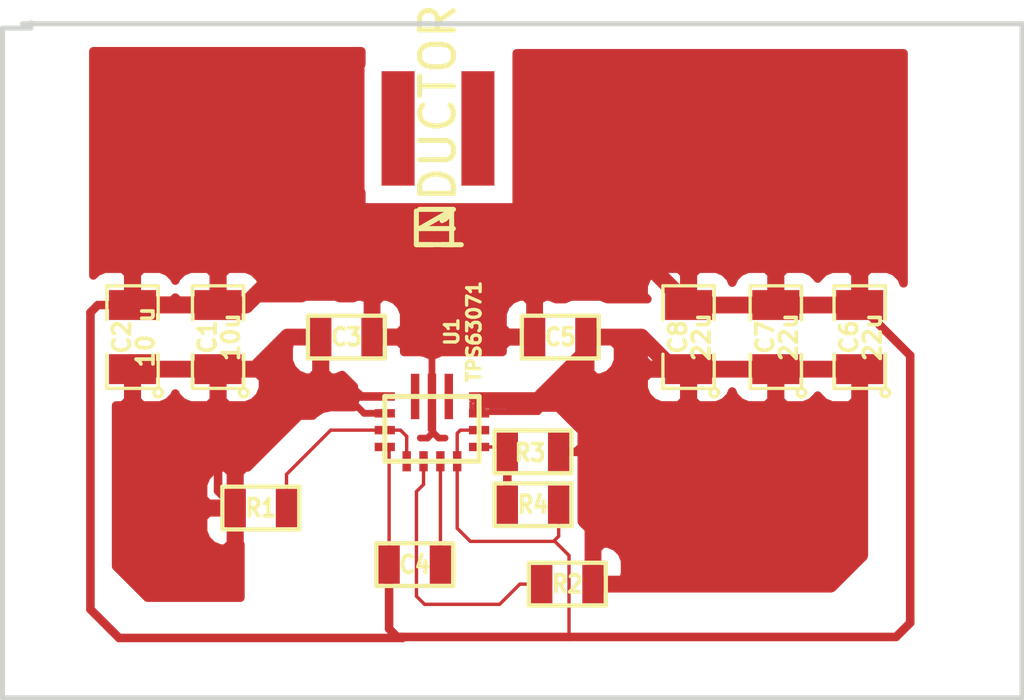
<source format=kicad_pcb>
(kicad_pcb (version 3) (host pcbnew "(2013-jul-07)-stable")

  (general
    (links 32)
    (no_connects 2)
    (area 177.904999 75.254999 208.325001 95.465001)
    (thickness 1.6)
    (drawings 6)
    (tracks 161)
    (zones 0)
    (modules 14)
    (nets 10)
  )

  (page A3)
  (layers
    (15 F.Cu signal)
    (0 B.Cu signal)
    (16 B.Adhes user)
    (17 F.Adhes user)
    (18 B.Paste user)
    (19 F.Paste user)
    (20 B.SilkS user)
    (21 F.SilkS user)
    (22 B.Mask user)
    (23 F.Mask user)
    (24 Dwgs.User user)
    (25 Cmts.User user)
    (26 Eco1.User user)
    (27 Eco2.User user)
    (28 Edge.Cuts user)
  )

  (setup
    (last_trace_width 0.1)
    (user_trace_width 0.1)
    (user_trace_width 0.2)
    (user_trace_width 0.5)
    (user_trace_width 1.05)
    (user_trace_width 2)
    (trace_clearance 0.254)
    (zone_clearance 0.508)
    (zone_45_only yes)
    (trace_min 0.1)
    (segment_width 0.2)
    (edge_width 0.15)
    (via_size 0.889)
    (via_drill 0.635)
    (via_min_size 0.1)
    (via_min_drill 0.508)
    (uvia_size 0.508)
    (uvia_drill 0.127)
    (uvias_allowed no)
    (uvia_min_size 0.1)
    (uvia_min_drill 0.127)
    (pcb_text_width 0.3)
    (pcb_text_size 1 1)
    (mod_edge_width 0.15)
    (mod_text_size 1 1)
    (mod_text_width 0.15)
    (pad_size 0.98 3.4)
    (pad_drill 0)
    (pad_to_mask_clearance 0)
    (aux_axis_origin 191.24 86.81)
    (visible_elements FFFFFFBF)
    (pcbplotparams
      (layerselection 3178497)
      (usegerberextensions true)
      (excludeedgelayer true)
      (linewidth 0.150000)
      (plotframeref false)
      (viasonmask false)
      (mode 1)
      (useauxorigin false)
      (hpglpennumber 1)
      (hpglpenspeed 20)
      (hpglpendiameter 15)
      (hpglpenoverlay 2)
      (psnegative false)
      (psa4output false)
      (plotreference true)
      (plotvalue true)
      (plotothertext true)
      (plotinvisibletext false)
      (padsonsilk false)
      (subtractmaskfromsilk false)
      (outputformat 1)
      (mirror false)
      (drillshape 1)
      (scaleselection 1)
      (outputdirectory ""))
  )

  (net 0 "")
  (net 1 +12V)
  (net 2 +5V)
  (net 3 GND)
  (net 4 N-000001)
  (net 5 N-000002)
  (net 6 N-000003)
  (net 7 N-000004)
  (net 8 N-000007)
  (net 9 N-000008)

  (net_class Default "This is the default net class."
    (clearance 0.254)
    (trace_width 0.254)
    (via_dia 0.889)
    (via_drill 0.635)
    (uvia_dia 0.508)
    (uvia_drill 0.127)
    (add_net "")
    (add_net +12V)
    (add_net +5V)
    (add_net GND)
    (add_net N-000001)
    (add_net N-000002)
    (add_net N-000003)
    (add_net N-000004)
    (add_net N-000007)
    (add_net N-000008)
  )

  (module SM0805 (layer F.Cu) (tedit 5091495C) (tstamp 589682A4)
    (at 184.38 84.67 90)
    (path /5894F41F)
    (attr smd)
    (fp_text reference C1 (at 0 -0.3175 90) (layer F.SilkS)
      (effects (font (size 0.50038 0.50038) (thickness 0.10922)))
    )
    (fp_text value 10u (at 0 0.381 90) (layer F.SilkS)
      (effects (font (size 0.50038 0.50038) (thickness 0.10922)))
    )
    (fp_circle (center -1.651 0.762) (end -1.651 0.635) (layer F.SilkS) (width 0.09906))
    (fp_line (start -0.508 0.762) (end -1.524 0.762) (layer F.SilkS) (width 0.09906))
    (fp_line (start -1.524 0.762) (end -1.524 -0.762) (layer F.SilkS) (width 0.09906))
    (fp_line (start -1.524 -0.762) (end -0.508 -0.762) (layer F.SilkS) (width 0.09906))
    (fp_line (start 0.508 -0.762) (end 1.524 -0.762) (layer F.SilkS) (width 0.09906))
    (fp_line (start 1.524 -0.762) (end 1.524 0.762) (layer F.SilkS) (width 0.09906))
    (fp_line (start 1.524 0.762) (end 0.508 0.762) (layer F.SilkS) (width 0.09906))
    (pad 1 smd rect (at -0.9525 0 90) (size 0.889 1.397)
      (layers F.Cu F.Paste F.Mask)
      (net 1 +12V)
    )
    (pad 2 smd rect (at 0.9525 0 90) (size 0.889 1.397)
      (layers F.Cu F.Paste F.Mask)
      (net 3 GND)
    )
    (model smd/chip_cms.wrl
      (at (xyz 0 0 0))
      (scale (xyz 0.1 0.1 0.1))
      (rotate (xyz 0 0 0))
    )
  )

  (module SM0805 (layer F.Cu) (tedit 5091495C) (tstamp 58987C09)
    (at 181.84 84.67 90)
    (path /5894F42E)
    (attr smd)
    (fp_text reference C2 (at 0 -0.3175 90) (layer F.SilkS)
      (effects (font (size 0.50038 0.50038) (thickness 0.10922)))
    )
    (fp_text value "10 u" (at 0 0.381 90) (layer F.SilkS)
      (effects (font (size 0.50038 0.50038) (thickness 0.10922)))
    )
    (fp_circle (center -1.651 0.762) (end -1.651 0.635) (layer F.SilkS) (width 0.09906))
    (fp_line (start -0.508 0.762) (end -1.524 0.762) (layer F.SilkS) (width 0.09906))
    (fp_line (start -1.524 0.762) (end -1.524 -0.762) (layer F.SilkS) (width 0.09906))
    (fp_line (start -1.524 -0.762) (end -0.508 -0.762) (layer F.SilkS) (width 0.09906))
    (fp_line (start 0.508 -0.762) (end 1.524 -0.762) (layer F.SilkS) (width 0.09906))
    (fp_line (start 1.524 -0.762) (end 1.524 0.762) (layer F.SilkS) (width 0.09906))
    (fp_line (start 1.524 0.762) (end 0.508 0.762) (layer F.SilkS) (width 0.09906))
    (pad 1 smd rect (at -0.9525 0 90) (size 0.889 1.397)
      (layers F.Cu F.Paste F.Mask)
      (net 1 +12V)
    )
    (pad 2 smd rect (at 0.9525 0 90) (size 0.889 1.397)
      (layers F.Cu F.Paste F.Mask)
      (net 3 GND)
    )
    (model smd/chip_cms.wrl
      (at (xyz 0 0 0))
      (scale (xyz 0.1 0.1 0.1))
      (rotate (xyz 0 0 0))
    )
  )

  (module SM0805 (layer F.Cu) (tedit 5091495C) (tstamp 589682BE)
    (at 203.43 84.67 90)
    (path /5894F45B)
    (attr smd)
    (fp_text reference C6 (at 0 -0.3175 90) (layer F.SilkS)
      (effects (font (size 0.50038 0.50038) (thickness 0.10922)))
    )
    (fp_text value 22u (at 0 0.381 90) (layer F.SilkS)
      (effects (font (size 0.50038 0.50038) (thickness 0.10922)))
    )
    (fp_circle (center -1.651 0.762) (end -1.651 0.635) (layer F.SilkS) (width 0.09906))
    (fp_line (start -0.508 0.762) (end -1.524 0.762) (layer F.SilkS) (width 0.09906))
    (fp_line (start -1.524 0.762) (end -1.524 -0.762) (layer F.SilkS) (width 0.09906))
    (fp_line (start -1.524 -0.762) (end -0.508 -0.762) (layer F.SilkS) (width 0.09906))
    (fp_line (start 0.508 -0.762) (end 1.524 -0.762) (layer F.SilkS) (width 0.09906))
    (fp_line (start 1.524 -0.762) (end 1.524 0.762) (layer F.SilkS) (width 0.09906))
    (fp_line (start 1.524 0.762) (end 0.508 0.762) (layer F.SilkS) (width 0.09906))
    (pad 1 smd rect (at -0.9525 0 90) (size 0.889 1.397)
      (layers F.Cu F.Paste F.Mask)
      (net 2 +5V)
    )
    (pad 2 smd rect (at 0.9525 0 90) (size 0.889 1.397)
      (layers F.Cu F.Paste F.Mask)
      (net 3 GND)
    )
    (model smd/chip_cms.wrl
      (at (xyz 0 0 0))
      (scale (xyz 0.1 0.1 0.1))
      (rotate (xyz 0 0 0))
    )
  )

  (module SM0805 (layer F.Cu) (tedit 5091495C) (tstamp 589682CB)
    (at 200.94 84.67 90)
    (path /5894F46A)
    (attr smd)
    (fp_text reference C7 (at 0 -0.3175 90) (layer F.SilkS)
      (effects (font (size 0.50038 0.50038) (thickness 0.10922)))
    )
    (fp_text value 22u (at 0 0.381 90) (layer F.SilkS)
      (effects (font (size 0.50038 0.50038) (thickness 0.10922)))
    )
    (fp_circle (center -1.651 0.762) (end -1.651 0.635) (layer F.SilkS) (width 0.09906))
    (fp_line (start -0.508 0.762) (end -1.524 0.762) (layer F.SilkS) (width 0.09906))
    (fp_line (start -1.524 0.762) (end -1.524 -0.762) (layer F.SilkS) (width 0.09906))
    (fp_line (start -1.524 -0.762) (end -0.508 -0.762) (layer F.SilkS) (width 0.09906))
    (fp_line (start 0.508 -0.762) (end 1.524 -0.762) (layer F.SilkS) (width 0.09906))
    (fp_line (start 1.524 -0.762) (end 1.524 0.762) (layer F.SilkS) (width 0.09906))
    (fp_line (start 1.524 0.762) (end 0.508 0.762) (layer F.SilkS) (width 0.09906))
    (pad 1 smd rect (at -0.9525 0 90) (size 0.889 1.397)
      (layers F.Cu F.Paste F.Mask)
      (net 2 +5V)
    )
    (pad 2 smd rect (at 0.9525 0 90) (size 0.889 1.397)
      (layers F.Cu F.Paste F.Mask)
      (net 3 GND)
    )
    (model smd/chip_cms.wrl
      (at (xyz 0 0 0))
      (scale (xyz 0.1 0.1 0.1))
      (rotate (xyz 0 0 0))
    )
  )

  (module SM0805 (layer F.Cu) (tedit 5091495C) (tstamp 589682D8)
    (at 198.35 84.67 90)
    (path /5894F479)
    (attr smd)
    (fp_text reference C8 (at 0 -0.3175 90) (layer F.SilkS)
      (effects (font (size 0.50038 0.50038) (thickness 0.10922)))
    )
    (fp_text value 22u (at 0 0.381 90) (layer F.SilkS)
      (effects (font (size 0.50038 0.50038) (thickness 0.10922)))
    )
    (fp_circle (center -1.651 0.762) (end -1.651 0.635) (layer F.SilkS) (width 0.09906))
    (fp_line (start -0.508 0.762) (end -1.524 0.762) (layer F.SilkS) (width 0.09906))
    (fp_line (start -1.524 0.762) (end -1.524 -0.762) (layer F.SilkS) (width 0.09906))
    (fp_line (start -1.524 -0.762) (end -0.508 -0.762) (layer F.SilkS) (width 0.09906))
    (fp_line (start 0.508 -0.762) (end 1.524 -0.762) (layer F.SilkS) (width 0.09906))
    (fp_line (start 1.524 -0.762) (end 1.524 0.762) (layer F.SilkS) (width 0.09906))
    (fp_line (start 1.524 0.762) (end 0.508 0.762) (layer F.SilkS) (width 0.09906))
    (pad 1 smd rect (at -0.9525 0 90) (size 0.889 1.397)
      (layers F.Cu F.Paste F.Mask)
      (net 2 +5V)
    )
    (pad 2 smd rect (at 0.9525 0 90) (size 0.889 1.397)
      (layers F.Cu F.Paste F.Mask)
      (net 3 GND)
    )
    (model smd/chip_cms.wrl
      (at (xyz 0 0 0))
      (scale (xyz 0.1 0.1 0.1))
      (rotate (xyz 0 0 0))
    )
  )

  (module SM0603 (layer F.Cu) (tedit 4E43A3D1) (tstamp 58968306)
    (at 185.65 89.75)
    (path /5894F488)
    (attr smd)
    (fp_text reference R1 (at 0 0) (layer F.SilkS)
      (effects (font (size 0.508 0.4572) (thickness 0.1143)))
    )
    (fp_text value 10k (at 0 0) (layer F.SilkS) hide
      (effects (font (size 0.508 0.4572) (thickness 0.1143)))
    )
    (fp_line (start -1.143 -0.635) (end 1.143 -0.635) (layer F.SilkS) (width 0.127))
    (fp_line (start 1.143 -0.635) (end 1.143 0.635) (layer F.SilkS) (width 0.127))
    (fp_line (start 1.143 0.635) (end -1.143 0.635) (layer F.SilkS) (width 0.127))
    (fp_line (start -1.143 0.635) (end -1.143 -0.635) (layer F.SilkS) (width 0.127))
    (pad 1 smd rect (at -0.762 0) (size 0.635 1.143)
      (layers F.Cu F.Paste F.Mask)
      (net 1 +12V)
    )
    (pad 2 smd rect (at 0.762 0) (size 0.635 1.143)
      (layers F.Cu F.Paste F.Mask)
      (net 5 N-000002)
    )
    (model smd\resistors\R0603.wrl
      (at (xyz 0 0 0.001))
      (scale (xyz 0.5 0.5 0.5))
      (rotate (xyz 0 0 0))
    )
  )

  (module SM0603 (layer F.Cu) (tedit 4E43A3D1) (tstamp 58968310)
    (at 194.75 92.01 180)
    (path /5894F497)
    (attr smd)
    (fp_text reference R2 (at 0 0 180) (layer F.SilkS)
      (effects (font (size 0.508 0.4572) (thickness 0.1143)))
    )
    (fp_text value 100k (at 0 0 180) (layer F.SilkS) hide
      (effects (font (size 0.508 0.4572) (thickness 0.1143)))
    )
    (fp_line (start -1.143 -0.635) (end 1.143 -0.635) (layer F.SilkS) (width 0.127))
    (fp_line (start 1.143 -0.635) (end 1.143 0.635) (layer F.SilkS) (width 0.127))
    (fp_line (start 1.143 0.635) (end -1.143 0.635) (layer F.SilkS) (width 0.127))
    (fp_line (start -1.143 0.635) (end -1.143 -0.635) (layer F.SilkS) (width 0.127))
    (pad 1 smd rect (at -0.762 0 180) (size 0.635 1.143)
      (layers F.Cu F.Paste F.Mask)
      (net 2 +5V)
    )
    (pad 2 smd rect (at 0.762 0 180) (size 0.635 1.143)
      (layers F.Cu F.Paste F.Mask)
      (net 7 N-000004)
    )
    (model smd\resistors\R0603.wrl
      (at (xyz 0 0 0.001))
      (scale (xyz 0.5 0.5 0.5))
      (rotate (xyz 0 0 0))
    )
  )

  (module TPS63071 (layer F.Cu) (tedit 589895DF) (tstamp 58987A18)
    (at 190.73 87.21 90)
    (path /58950835)
    (fp_text reference U1 (at 2.7 0.59 90) (layer F.SilkS)
      (effects (font (size 0.4 0.4) (thickness 0.1)))
    )
    (fp_text value TPS63071 (at 2.7 1.25 90) (layer F.SilkS)
      (effects (font (size 0.4 0.4) (thickness 0.1)))
    )
    (fp_line (start 0 -1.4) (end 0.775 -1.4) (layer F.SilkS) (width 0.15))
    (fp_line (start 0.775 -1.4) (end 0.775 1.4) (layer F.SilkS) (width 0.15))
    (fp_line (start 0.775 1.4) (end 0 1.4) (layer F.SilkS) (width 0.15))
    (fp_line (start 0 -1.4) (end -1.15 -1.4) (layer F.SilkS) (width 0.15))
    (fp_line (start -1.15 -1.4) (end -1.15 1.4) (layer F.SilkS) (width 0.15))
    (fp_line (start -1.15 1.4) (end 0 1.4) (layer F.SilkS) (width 0.15))
    (pad 1 smd rect (at -1.15 -0.75 90) (size 0.6 0.25)
      (layers F.Cu F.Paste F.Mask)
      (net 5 N-000002)
    )
    (pad 2 smd rect (at -1.15 -0.25 90) (size 0.6 0.25)
      (layers F.Cu F.Paste F.Mask)
      (net 7 N-000004)
    )
    (pad 3 smd rect (at -1.15 0.25 90) (size 0.6 0.25)
      (layers F.Cu F.Paste F.Mask)
      (net 6 N-000003)
    )
    (pad 4 smd rect (at -1.15 0.75 90) (size 0.6 0.25)
      (layers F.Cu F.Paste F.Mask)
      (net 3 GND)
    )
    (pad 15 smd rect (at -0.725 -1.4 90) (size 0.25 0.6)
      (layers F.Cu F.Paste F.Mask)
      (net 3 GND)
    )
    (pad 14 smd rect (at -0.225 -1.4 90) (size 0.25 0.6)
      (layers F.Cu F.Paste F.Mask)
      (net 5 N-000002)
    )
    (pad 13 smd rect (at 0.275 -1.4 90) (size 0.25 0.6)
      (layers F.Cu F.Paste F.Mask)
      (net 1 +12V)
    )
    (pad 7 smd rect (at 0.275 1.4 90) (size 0.25 0.6)
      (layers F.Cu F.Paste F.Mask)
      (net 2 +5V)
    )
    (pad 12 smd rect (at 0.775 -1.4 90) (size 0.25 0.6)
      (layers F.Cu F.Paste F.Mask)
      (net 1 +12V)
    )
    (pad 8 smd rect (at 0.775 1.4 90) (size 0.25 0.6)
      (layers F.Cu F.Paste F.Mask)
      (net 2 +5V)
    )
    (pad 6 smd rect (at -0.225 1.4 90) (size 0.25 0.6)
      (layers F.Cu F.Paste F.Mask)
      (net 3 GND)
    )
    (pad 5 smd rect (at -0.725 1.4 90) (size 0.25 0.6)
      (layers F.Cu F.Paste F.Mask)
      (net 8 N-000007)
    )
    (pad 10 smd rect (at 0.6 0 90) (size 1.7 0.25)
      (layers F.Cu F.Paste F.Mask)
      (net 3 GND)
    )
    (pad 11 smd rect (at 0.775 -0.5 90) (size 1.35 0.25)
      (layers F.Cu F.Paste F.Mask)
      (net 9 N-000008)
    )
    (pad 9 smd rect (at 0.775 0.5 90) (size 1.35 0.25)
      (layers F.Cu F.Paste F.Mask)
      (net 4 N-000001)
    )
  )

  (module XFL4020 (layer F.Cu) (tedit 589893E1) (tstamp 58987A23)
    (at 190.91 78.47)
    (path /5894F1C4)
    (fp_text reference L1 (at 0 3) (layer F.SilkS)
      (effects (font (size 1 1) (thickness 0.15)))
    )
    (fp_text value INDUCTOR (at 0 0 90) (layer F.SilkS)
      (effects (font (size 1 1) (thickness 0.15)))
    )
    (pad 1 smd rect (at -1.185 0) (size 0.98 3.4)
      (layers F.Cu F.Paste F.Mask)
      (net 9 N-000008)
    )
    (pad 2 smd rect (at 1.185 0) (size 0.98 3.4)
      (layers F.Cu F.Paste F.Mask)
      (net 4 N-000001)
    )
  )

  (module SM0603 (layer F.Cu) (tedit 4E43A3D1) (tstamp 589682E4)
    (at 188.19 84.67)
    (path /5894F43D)
    (attr smd)
    (fp_text reference C3 (at 0 0) (layer F.SilkS)
      (effects (font (size 0.508 0.4572) (thickness 0.1143)))
    )
    (fp_text value 10u (at 0 0) (layer F.SilkS) hide
      (effects (font (size 0.508 0.4572) (thickness 0.1143)))
    )
    (fp_line (start -1.143 -0.635) (end 1.143 -0.635) (layer F.SilkS) (width 0.127))
    (fp_line (start 1.143 -0.635) (end 1.143 0.635) (layer F.SilkS) (width 0.127))
    (fp_line (start 1.143 0.635) (end -1.143 0.635) (layer F.SilkS) (width 0.127))
    (fp_line (start -1.143 0.635) (end -1.143 -0.635) (layer F.SilkS) (width 0.127))
    (pad 1 smd rect (at -0.762 0) (size 0.635 1.143)
      (layers F.Cu F.Paste F.Mask)
      (net 1 +12V)
    )
    (pad 2 smd rect (at 0.762 0) (size 0.635 1.143)
      (layers F.Cu F.Paste F.Mask)
      (net 3 GND)
    )
    (model smd\resistors\R0603.wrl
      (at (xyz 0 0 0.001))
      (scale (xyz 0.5 0.5 0.5))
      (rotate (xyz 0 0 0))
    )
  )

  (module SM0603 (layer F.Cu) (tedit 4E43A3D1) (tstamp 589682F0)
    (at 194.54 84.67 180)
    (path /5894F44C)
    (attr smd)
    (fp_text reference C5 (at 0 0 180) (layer F.SilkS)
      (effects (font (size 0.508 0.4572) (thickness 0.1143)))
    )
    (fp_text value 10u (at 0 0 180) (layer F.SilkS) hide
      (effects (font (size 0.508 0.4572) (thickness 0.1143)))
    )
    (fp_line (start -1.143 -0.635) (end 1.143 -0.635) (layer F.SilkS) (width 0.127))
    (fp_line (start 1.143 -0.635) (end 1.143 0.635) (layer F.SilkS) (width 0.127))
    (fp_line (start 1.143 0.635) (end -1.143 0.635) (layer F.SilkS) (width 0.127))
    (fp_line (start -1.143 0.635) (end -1.143 -0.635) (layer F.SilkS) (width 0.127))
    (pad 1 smd rect (at -0.762 0 180) (size 0.635 1.143)
      (layers F.Cu F.Paste F.Mask)
      (net 2 +5V)
    )
    (pad 2 smd rect (at 0.762 0 180) (size 0.635 1.143)
      (layers F.Cu F.Paste F.Mask)
      (net 3 GND)
    )
    (model smd\resistors\R0603.wrl
      (at (xyz 0 0 0.001))
      (scale (xyz 0.5 0.5 0.5))
      (rotate (xyz 0 0 0))
    )
  )

  (module SM0603 (layer F.Cu) (tedit 4E43A3D1) (tstamp 589682FC)
    (at 190.22 91.43 180)
    (path /5894F4A6)
    (attr smd)
    (fp_text reference C4 (at 0 0 180) (layer F.SilkS)
      (effects (font (size 0.508 0.4572) (thickness 0.1143)))
    )
    (fp_text value 100n (at 0 0 180) (layer F.SilkS) hide
      (effects (font (size 0.508 0.4572) (thickness 0.1143)))
    )
    (fp_line (start -1.143 -0.635) (end 1.143 -0.635) (layer F.SilkS) (width 0.127))
    (fp_line (start 1.143 -0.635) (end 1.143 0.635) (layer F.SilkS) (width 0.127))
    (fp_line (start 1.143 0.635) (end -1.143 0.635) (layer F.SilkS) (width 0.127))
    (fp_line (start -1.143 0.635) (end -1.143 -0.635) (layer F.SilkS) (width 0.127))
    (pad 1 smd rect (at -0.762 0 180) (size 0.635 1.143)
      (layers F.Cu F.Paste F.Mask)
      (net 6 N-000003)
    )
    (pad 2 smd rect (at 0.762 0 180) (size 0.635 1.143)
      (layers F.Cu F.Paste F.Mask)
      (net 3 GND)
    )
    (model smd\resistors\R0603.wrl
      (at (xyz 0 0 0.001))
      (scale (xyz 0.5 0.5 0.5))
      (rotate (xyz 0 0 0))
    )
  )

  (module SM0603 (layer F.Cu) (tedit 5898E750) (tstamp 5898E65B)
    (at 193.73 88.08 180)
    (path /5898E69D)
    (attr smd)
    (fp_text reference R3 (at 0.084999 -0.030001 180) (layer F.SilkS)
      (effects (font (size 0.508 0.4572) (thickness 0.1143)))
    )
    (fp_text value 680k (at 0 0 180) (layer F.SilkS) hide
      (effects (font (size 0.508 0.4572) (thickness 0.1143)))
    )
    (fp_line (start -1.143 -0.635) (end 1.143 -0.635) (layer F.SilkS) (width 0.127))
    (fp_line (start 1.143 -0.635) (end 1.143 0.635) (layer F.SilkS) (width 0.127))
    (fp_line (start 1.143 0.635) (end -1.143 0.635) (layer F.SilkS) (width 0.127))
    (fp_line (start -1.143 0.635) (end -1.143 -0.635) (layer F.SilkS) (width 0.127))
    (pad 1 smd rect (at -0.762 0 180) (size 0.635 1.143)
      (layers F.Cu F.Paste F.Mask)
      (net 2 +5V)
    )
    (pad 2 smd rect (at 0.762 0 180) (size 0.635 1.143)
      (layers F.Cu F.Paste F.Mask)
      (net 8 N-000007)
    )
    (model smd\resistors\R0603.wrl
      (at (xyz 0 0 0.001))
      (scale (xyz 0.5 0.5 0.5))
      (rotate (xyz 0 0 0))
    )
  )

  (module SM0603 (layer F.Cu) (tedit 4E43A3D1) (tstamp 5898E665)
    (at 193.73 89.65)
    (path /5898E6AC)
    (attr smd)
    (fp_text reference R4 (at 0 0) (layer F.SilkS)
      (effects (font (size 0.508 0.4572) (thickness 0.1143)))
    )
    (fp_text value 130k (at 0 0) (layer F.SilkS) hide
      (effects (font (size 0.508 0.4572) (thickness 0.1143)))
    )
    (fp_line (start -1.143 -0.635) (end 1.143 -0.635) (layer F.SilkS) (width 0.127))
    (fp_line (start 1.143 -0.635) (end 1.143 0.635) (layer F.SilkS) (width 0.127))
    (fp_line (start 1.143 0.635) (end -1.143 0.635) (layer F.SilkS) (width 0.127))
    (fp_line (start -1.143 0.635) (end -1.143 -0.635) (layer F.SilkS) (width 0.127))
    (pad 1 smd rect (at -0.762 0) (size 0.635 1.143)
      (layers F.Cu F.Paste F.Mask)
      (net 8 N-000007)
    )
    (pad 2 smd rect (at 0.762 0) (size 0.635 1.143)
      (layers F.Cu F.Paste F.Mask)
      (net 3 GND)
    )
    (model smd\resistors\R0603.wrl
      (at (xyz 0 0 0.001))
      (scale (xyz 0.5 0.5 0.5))
      (rotate (xyz 0 0 0))
    )
  )

  (gr_line (start 178.82 75.49) (end 178.82 75.33) (angle 90) (layer Edge.Cuts) (width 0.15))
  (gr_line (start 177.98 75.49) (end 178.82 75.49) (angle 90) (layer Edge.Cuts) (width 0.15))
  (gr_line (start 177.98 95.39) (end 177.98 75.49) (angle 90) (layer Edge.Cuts) (width 0.15))
  (gr_line (start 208.25 95.39) (end 177.98 95.39) (angle 90) (layer Edge.Cuts) (width 0.15))
  (gr_line (start 208.25 75.36) (end 208.25 95.39) (angle 90) (layer Edge.Cuts) (width 0.15))
  (gr_line (start 178.57 75.36) (end 208.25 75.36) (angle 90) (layer Edge.Cuts) (width 0.15))

  (segment (start 184.38 85.6225) (end 185.4975 85.6225) (width 0.5) (layer F.Cu) (net 1))
  (segment (start 185.4975 85.6225) (end 186.45 84.67) (width 0.5) (layer F.Cu) (net 1) (tstamp 58989C7A))
  (segment (start 186.45 84.67) (end 187.428 84.67) (width 0.5) (layer F.Cu) (net 1) (tstamp 58989C7C))
  (segment (start 181.84 85.6225) (end 184.38 85.6225) (width 0.5) (layer F.Cu) (net 1))
  (segment (start 189.33 86.935) (end 188.715 86.935) (width 0.2) (layer F.Cu) (net 1))
  (segment (start 188.715 86.935) (end 188.215 86.435) (width 0.2) (layer F.Cu) (net 1) (tstamp 589890B2))
  (segment (start 185.4975 85.6225) (end 186.45 84.67) (width 0.254) (layer F.Cu) (net 1) (tstamp 58988DB9))
  (segment (start 186.45 84.67) (end 187.428 84.67) (width 0.254) (layer F.Cu) (net 1) (tstamp 58988DBC))
  (segment (start 187.428 84.67) (end 187.428 85.648) (width 0.254) (layer F.Cu) (net 1))
  (segment (start 188.215 86.435) (end 189.33 86.435) (width 0.254) (layer F.Cu) (net 1) (tstamp 58988A9C))
  (segment (start 187.428 85.648) (end 188.215 86.435) (width 0.254) (layer F.Cu) (net 1) (tstamp 58988A9A))
  (segment (start 184.38 85.6225) (end 184.38 89.242) (width 0.254) (layer F.Cu) (net 1))
  (segment (start 184.38 89.242) (end 184.888 89.75) (width 0.254) (layer F.Cu) (net 1) (tstamp 58988A90))
  (segment (start 194.492 88.08) (end 195.02 88.08) (width 0.254) (layer F.Cu) (net 2))
  (segment (start 195.02 88.08) (end 195.302 87.798) (width 0.254) (layer F.Cu) (net 2) (tstamp 5898E76B))
  (segment (start 192 86.68) (end 192.13 86.68) (width 0.1) (layer F.Cu) (net 2))
  (segment (start 192.13 86.68) (end 192.13 86.52) (width 0.1) (layer F.Cu) (net 2) (tstamp 5898C2BC))
  (segment (start 192.13 86.52) (end 192.06 86.59) (width 0.1) (layer F.Cu) (net 2) (tstamp 5898C2BD))
  (segment (start 192.02 86.59) (end 192.02 86.66) (width 0.1) (layer F.Cu) (net 2) (tstamp 5898C2BF))
  (segment (start 192.06 86.59) (end 192.02 86.59) (width 0.1) (layer F.Cu) (net 2) (tstamp 5898C2BE))
  (segment (start 192.02 86.66) (end 192.08 86.66) (width 0.1) (layer F.Cu) (net 2) (tstamp 5898C2C0))
  (segment (start 192.08 86.66) (end 192.09 86.65) (width 0.1) (layer F.Cu) (net 2) (tstamp 5898C2C1))
  (segment (start 192.13 86.935) (end 192.13 86.89) (width 0.1) (layer F.Cu) (net 2))
  (segment (start 192.02 86.66) (end 192 86.68) (width 0.1) (layer F.Cu) (net 2) (tstamp 5898C2B8))
  (segment (start 192 86.68) (end 191.99 86.69) (width 0.1) (layer F.Cu) (net 2) (tstamp 5898C2BA))
  (segment (start 192.08 86.66) (end 192.02 86.66) (width 0.1) (layer F.Cu) (net 2) (tstamp 5898C2B7))
  (segment (start 192.09 86.65) (end 192.08 86.66) (width 0.1) (layer F.Cu) (net 2) (tstamp 5898C2B6))
  (segment (start 192.09 86.68) (end 192.09 86.65) (width 0.1) (layer F.Cu) (net 2) (tstamp 5898C2B5))
  (segment (start 192.11 86.7) (end 192.09 86.68) (width 0.1) (layer F.Cu) (net 2) (tstamp 5898C2B4))
  (segment (start 192.1 86.7) (end 192.11 86.7) (width 0.1) (layer F.Cu) (net 2) (tstamp 5898C2B3))
  (segment (start 192.05 86.65) (end 192.1 86.7) (width 0.1) (layer F.Cu) (net 2) (tstamp 5898C2B2))
  (segment (start 191.99 86.71) (end 192.05 86.65) (width 0.1) (layer F.Cu) (net 2) (tstamp 5898C2B1))
  (segment (start 191.99 86.75) (end 191.99 86.71) (width 0.1) (layer F.Cu) (net 2) (tstamp 5898C2AF))
  (segment (start 192.13 86.89) (end 191.99 86.75) (width 0.1) (layer F.Cu) (net 2) (tstamp 5898C2AD))
  (segment (start 192.13 86.435) (end 192.075 86.435) (width 0.1) (layer F.Cu) (net 2))
  (segment (start 191.89 86.81) (end 192.13 86.935) (width 0.1) (layer F.Cu) (net 2) (tstamp 5898C2AC))
  (segment (start 191.89 86.62) (end 191.89 86.81) (width 0.1) (layer F.Cu) (net 2) (tstamp 5898C2A8))
  (segment (start 192.075 86.435) (end 191.89 86.62) (width 0.1) (layer F.Cu) (net 2) (tstamp 5898C2A5))
  (segment (start 192.13 86.935) (end 192.375 86.935) (width 0.1) (layer F.Cu) (net 2))
  (segment (start 192.375 86.935) (end 192.46 86.85) (width 0.1) (layer F.Cu) (net 2) (tstamp 5898C29A))
  (segment (start 192.46 86.85) (end 192.98 86.85) (width 0.1) (layer F.Cu) (net 2) (tstamp 5898C2A0))
  (segment (start 192.13 86.935) (end 192.13 86.92) (width 0.1) (layer F.Cu) (net 2))
  (segment (start 192.13 86.92) (end 192.3 86.75) (width 0.1) (layer F.Cu) (net 2) (tstamp 5898C296))
  (segment (start 192.3 86.75) (end 192.89 86.75) (width 0.1) (layer F.Cu) (net 2) (tstamp 5898C297))
  (segment (start 192.13 86.935) (end 192.13 86.78) (width 0.1) (layer F.Cu) (net 2))
  (segment (start 192.13 86.78) (end 192.22 86.69) (width 0.1) (layer F.Cu) (net 2) (tstamp 5898C290))
  (segment (start 192.22 86.69) (end 192.94 86.69) (width 0.1) (layer F.Cu) (net 2) (tstamp 5898C292))
  (segment (start 192.97 86.6) (end 192.21 86.6) (width 0.1) (layer F.Cu) (net 2))
  (segment (start 192.21 86.6) (end 192.13 86.52) (width 0.1) (layer F.Cu) (net 2) (tstamp 5898C27F))
  (segment (start 193.08 86.6) (end 192.97 86.6) (width 0.1) (layer F.Cu) (net 2))
  (segment (start 192.13 86.52) (end 192.13 86.435) (width 0.1) (layer F.Cu) (net 2) (tstamp 5898C281))
  (segment (start 194.27 86.56) (end 195.302 87.592) (width 0.254) (layer F.Cu) (net 2) (tstamp 58988FFD))
  (segment (start 195.302 84.67) (end 196.94 84.67) (width 0.5) (layer F.Cu) (net 2))
  (segment (start 197.8925 85.6225) (end 198.35 85.6225) (width 0.5) (layer F.Cu) (net 2) (tstamp 58989CE0))
  (segment (start 196.94 84.67) (end 197.8925 85.6225) (width 0.5) (layer F.Cu) (net 2) (tstamp 58989CDD))
  (segment (start 195.512 92.01) (end 202.55 92.01) (width 0.5) (layer F.Cu) (net 2))
  (segment (start 203.43 91.13) (end 203.43 85.6225) (width 0.5) (layer F.Cu) (net 2) (tstamp 58989CD2))
  (segment (start 202.55 92.01) (end 203.43 91.13) (width 0.5) (layer F.Cu) (net 2) (tstamp 58989CCE))
  (segment (start 194.045 86.395) (end 194.105 86.395) (width 0.5) (layer F.Cu) (net 2))
  (segment (start 195.302 87.592) (end 195.302 87.798) (width 0.5) (layer F.Cu) (net 2) (tstamp 58989CBA))
  (segment (start 195.302 87.798) (end 195.302 90.112) (width 0.5) (layer F.Cu) (net 2) (tstamp 5898E76E))
  (segment (start 195.302 90.112) (end 195.512 90.322) (width 0.5) (layer F.Cu) (net 2) (tstamp 58989CBB))
  (segment (start 195.512 90.322) (end 195.512 92.01) (width 0.5) (layer F.Cu) (net 2) (tstamp 58989CBC))
  (segment (start 195.302 84.67) (end 195.302 85.138) (width 0.5) (layer F.Cu) (net 2))
  (segment (start 195.302 85.138) (end 194.045 86.395) (width 0.5) (layer F.Cu) (net 2) (tstamp 58989CA7))
  (segment (start 194.045 86.395) (end 194.005 86.435) (width 0.5) (layer F.Cu) (net 2) (tstamp 58989CB7))
  (segment (start 200.94 85.6225) (end 198.35 85.6225) (width 0.5) (layer F.Cu) (net 2))
  (segment (start 203.43 85.6225) (end 200.94 85.6225) (width 0.5) (layer F.Cu) (net 2))
  (segment (start 192.13 86.935) (end 193.895 86.935) (width 0.1) (layer F.Cu) (net 2))
  (segment (start 193.895 86.935) (end 194.27 86.56) (width 0.1) (layer F.Cu) (net 2) (tstamp 58988FF9))
  (segment (start 192.13 86.435) (end 194.005 86.435) (width 0.254) (layer F.Cu) (net 2))
  (segment (start 194.005 86.435) (end 194.145 86.435) (width 0.254) (layer F.Cu) (net 2) (tstamp 58989CAC))
  (segment (start 194.145 86.435) (end 194.27 86.56) (width 0.254) (layer F.Cu) (net 2) (tstamp 58988AEA))
  (segment (start 195.302 87.592) (end 195.302 87.592) (width 0.254) (layer F.Cu) (net 2) (tstamp 58989005))
  (segment (start 195.302 87.592) (end 195.302 87.61) (width 0.254) (layer F.Cu) (net 2) (tstamp 58988AF0))
  (segment (start 195.302 87.61) (end 195.38 87.61) (width 0.254) (layer F.Cu) (net 2) (tstamp 58988ACE))
  (segment (start 195.38 87.61) (end 195.302 87.61) (width 0.254) (layer F.Cu) (net 2) (tstamp 58988AD0))
  (segment (start 195.512 92.01) (end 195.512 90.322) (width 0.254) (layer F.Cu) (net 2))
  (segment (start 195.512 90.322) (end 195.302 90.112) (width 0.254) (layer F.Cu) (net 2) (tstamp 58988AC0))
  (segment (start 195.302 90.112) (end 195.302 87.61) (width 0.254) (layer F.Cu) (net 2) (tstamp 58988AC3))
  (segment (start 194.492 89.65) (end 194.492 90.588) (width 0.1) (layer F.Cu) (net 3) (status 400000))
  (segment (start 194.492 90.588) (end 194.34 90.74) (width 0.1) (layer F.Cu) (net 3) (tstamp 5898E80D))
  (segment (start 191.48 88.36) (end 191.48 90.35) (width 0.1) (layer F.Cu) (net 3) (status 400000))
  (segment (start 191.87 90.74) (end 194.34 90.74) (width 0.1) (layer F.Cu) (net 3) (tstamp 5898E801))
  (segment (start 194.34 90.74) (end 194.38 90.74) (width 0.1) (layer F.Cu) (net 3) (tstamp 5898E810))
  (segment (start 191.48 90.35) (end 191.87 90.74) (width 0.1) (layer F.Cu) (net 3) (tstamp 5898E7FC))
  (segment (start 191.48 88.36) (end 191.48 87.53) (width 0.1) (layer F.Cu) (net 3))
  (segment (start 191.48 87.53) (end 191.51 87.5) (width 0.1) (layer F.Cu) (net 3) (tstamp 58988FD2))
  (segment (start 191.575 87.435) (end 192.13 87.435) (width 0.1) (layer F.Cu) (net 3))
  (segment (start 191.575 87.435) (end 191.51 87.5) (width 0.1) (layer F.Cu) (net 3) (tstamp 58988FCC))
  (segment (start 193.778 84.67) (end 193.778 82.748) (width 0.5) (layer F.Cu) (net 3))
  (segment (start 193.778 82.748) (end 193.41 82.38) (width 0.5) (layer F.Cu) (net 3) (tstamp 58989C95))
  (segment (start 198.35 83.7175) (end 200.94 83.7175) (width 0.5) (layer F.Cu) (net 3))
  (segment (start 200.94 83.7175) (end 203.43 83.7175) (width 0.5) (layer F.Cu) (net 3) (tstamp 58989C91))
  (segment (start 189.23 82.38) (end 193.41 82.38) (width 0.5) (layer F.Cu) (net 3))
  (segment (start 193.41 82.38) (end 197.0125 82.38) (width 0.5) (layer F.Cu) (net 3) (tstamp 58989C9A))
  (segment (start 197.0125 82.38) (end 198.35 83.7175) (width 0.5) (layer F.Cu) (net 3) (tstamp 58989C8E))
  (segment (start 184.38 83.7175) (end 185.2025 83.7175) (width 0.5) (layer F.Cu) (net 3))
  (segment (start 185.2025 83.7175) (end 186.54 82.38) (width 0.5) (layer F.Cu) (net 3) (tstamp 58989C83))
  (segment (start 186.54 82.38) (end 189.23 82.38) (width 0.5) (layer F.Cu) (net 3) (tstamp 58989C84))
  (segment (start 189.23 82.38) (end 189.36 82.38) (width 0.5) (layer F.Cu) (net 3) (tstamp 58989C8C))
  (segment (start 189.36 82.38) (end 188.952 82.788) (width 0.5) (layer F.Cu) (net 3) (tstamp 58989C86))
  (segment (start 188.952 82.788) (end 188.952 84.67) (width 0.5) (layer F.Cu) (net 3) (tstamp 58989C87))
  (segment (start 181.84 83.7175) (end 184.38 83.7175) (width 0.5) (layer F.Cu) (net 3))
  (segment (start 181.84 83.7175) (end 180.8125 83.7175) (width 0.254) (layer F.Cu) (net 3))
  (segment (start 189.85 93.61) (end 189.85 93.58) (width 0.254) (layer F.Cu) (net 3) (tstamp 58989C17))
  (segment (start 181.44 93.61) (end 189.85 93.61) (width 0.254) (layer F.Cu) (net 3) (tstamp 58989C14))
  (segment (start 180.59 92.76) (end 181.44 93.61) (width 0.254) (layer F.Cu) (net 3) (tstamp 58989C10))
  (segment (start 180.59 83.94) (end 180.59 92.76) (width 0.254) (layer F.Cu) (net 3) (tstamp 58989C0D))
  (segment (start 180.8125 83.7175) (end 180.59 83.94) (width 0.254) (layer F.Cu) (net 3) (tstamp 58989C0C))
  (segment (start 190.73 86.61) (end 190.73 87.47) (width 0.2) (layer F.Cu) (net 3))
  (segment (start 190.93 87.67) (end 191.12 87.67) (width 0.2) (layer F.Cu) (net 3) (tstamp 589896C9))
  (segment (start 190.73 87.47) (end 190.93 87.67) (width 0.2) (layer F.Cu) (net 3) (tstamp 589896C8))
  (segment (start 190.73 86.61) (end 190.73 87.54) (width 0.2) (layer F.Cu) (net 3))
  (segment (start 190.6 87.67) (end 190.384002 87.67) (width 0.2) (layer F.Cu) (net 3) (tstamp 589896C5))
  (segment (start 190.73 87.54) (end 190.6 87.67) (width 0.2) (layer F.Cu) (net 3) (tstamp 589896C4))
  (segment (start 194.8 91.16) (end 194.8 93.58) (width 0.1) (layer F.Cu) (net 3) (tstamp 58989013))
  (segment (start 194.38 90.74) (end 194.8 91.16) (width 0.1) (layer F.Cu) (net 3) (tstamp 5898E808))
  (segment (start 194.36 90.72) (end 194.38 90.74) (width 0.1) (layer F.Cu) (net 3) (tstamp 58989011))
  (segment (start 189.458 91.43) (end 189.458 88.063) (width 0.1) (layer F.Cu) (net 3))
  (segment (start 189.458 88.063) (end 189.33 87.935) (width 0.1) (layer F.Cu) (net 3) (tstamp 58988FBC))
  (segment (start 193.778 84.67) (end 193.778 82.958) (width 0.254) (layer F.Cu) (net 3))
  (segment (start 188.952 84.67) (end 188.952 82.788) (width 0.254) (layer F.Cu) (net 3))
  (segment (start 189.458 91.43) (end 189.458 93.338) (width 0.254) (layer F.Cu) (net 3))
  (segment (start 189.7 93.58) (end 189.85 93.58) (width 0.254) (layer F.Cu) (net 3) (tstamp 58988BD9))
  (segment (start 189.458 93.338) (end 189.7 93.58) (width 0.254) (layer F.Cu) (net 3) (tstamp 58988BD7))
  (segment (start 189.85 93.58) (end 194.8 93.58) (width 0.254) (layer F.Cu) (net 3) (tstamp 58989C18))
  (segment (start 204.93 85.2175) (end 203.43 83.7175) (width 0.254) (layer F.Cu) (net 3) (tstamp 58988BE3))
  (segment (start 194.8 93.58) (end 204.51 93.58) (width 0.254) (layer F.Cu) (net 3) (tstamp 58989018))
  (segment (start 204.51 93.58) (end 204.93 93.16) (width 0.254) (layer F.Cu) (net 3) (tstamp 58988BDD))
  (segment (start 204.93 93.16) (end 204.93 85.2175) (width 0.254) (layer F.Cu) (net 3) (tstamp 58988BE0))
  (segment (start 186.54 82.38) (end 189.36 82.38) (width 0.254) (layer F.Cu) (net 3) (tstamp 58988BCB))
  (segment (start 185.2025 83.7175) (end 186.54 82.38) (width 0.254) (layer F.Cu) (net 3) (tstamp 58988BCA))
  (segment (start 197.0125 82.38) (end 198.35 83.7175) (width 0.254) (layer F.Cu) (net 3) (tstamp 58988BCF))
  (segment (start 203.43 83.7175) (end 200.94 83.7175) (width 0.254) (layer F.Cu) (net 3))
  (segment (start 190.73 86.61) (end 190.73 82.53) (width 0.2) (layer F.Cu) (net 3))
  (segment (start 190.73 82.53) (end 190.58 82.38) (width 0.2) (layer F.Cu) (net 3) (tstamp 58989033))
  (segment (start 193.778 82.958) (end 193.2 82.38) (width 0.254) (layer F.Cu) (net 3) (tstamp 58988C05))
  (segment (start 188.952 82.788) (end 189.36 82.38) (width 0.254) (layer F.Cu) (net 3) (tstamp 58988BFE))
  (segment (start 189.36 82.38) (end 190.58 82.38) (width 0.254) (layer F.Cu) (net 3) (tstamp 58988C03))
  (segment (start 190.58 82.38) (end 193.2 82.38) (width 0.254) (layer F.Cu) (net 3) (tstamp 58989037))
  (segment (start 193.2 82.38) (end 197.0125 82.38) (width 0.254) (layer F.Cu) (net 3) (tstamp 58988C08))
  (segment (start 186.412 89.75) (end 186.412 88.748) (width 0.1) (layer F.Cu) (net 5))
  (segment (start 187.725 87.435) (end 189.33 87.435) (width 0.1) (layer F.Cu) (net 5) (tstamp 58988FB6))
  (segment (start 186.412 88.748) (end 187.725 87.435) (width 0.1) (layer F.Cu) (net 5) (tstamp 58988FB3))
  (segment (start 189.33 87.435) (end 189.795 87.435) (width 0.1) (layer F.Cu) (net 5))
  (segment (start 189.795 87.435) (end 189.98 87.62) (width 0.1) (layer F.Cu) (net 5) (tstamp 58988FA7))
  (segment (start 189.98 88.36) (end 189.98 87.62) (width 0.1) (layer F.Cu) (net 5))
  (segment (start 189.98 87.62) (end 189.96 87.6) (width 0.1) (layer F.Cu) (net 5) (tstamp 58988FA0))
  (segment (start 190.982 91.43) (end 190.982 88.362) (width 0.1) (layer F.Cu) (net 6))
  (segment (start 190.982 88.362) (end 190.98 88.36) (width 0.1) (layer F.Cu) (net 6) (tstamp 58988FE1))
  (segment (start 193.988 92.01) (end 193.34 92.01) (width 0.1) (layer F.Cu) (net 7))
  (segment (start 190.48 89.05) (end 190.48 88.36) (width 0.1) (layer F.Cu) (net 7) (tstamp 58988FF5))
  (segment (start 190.27 89.26) (end 190.48 89.05) (width 0.1) (layer F.Cu) (net 7) (tstamp 58988FF3))
  (segment (start 190.27 92.37) (end 190.27 89.26) (width 0.1) (layer F.Cu) (net 7) (tstamp 58988FF0))
  (segment (start 190.51 92.61) (end 190.27 92.37) (width 0.1) (layer F.Cu) (net 7) (tstamp 58988FEE))
  (segment (start 192.74 92.61) (end 190.51 92.61) (width 0.1) (layer F.Cu) (net 7) (tstamp 58988FEC))
  (segment (start 193.34 92.01) (end 192.74 92.61) (width 0.1) (layer F.Cu) (net 7) (tstamp 58988FE9))
  (segment (start 192.968 88.08) (end 192.968 89.65) (width 0.254) (layer F.Cu) (net 8))
  (segment (start 192.13 87.935) (end 192.823 87.935) (width 0.1) (layer F.Cu) (net 8))
  (segment (start 192.823 87.935) (end 192.968 88.08) (width 0.1) (layer F.Cu) (net 8) (tstamp 5898E794))

  (zone (net 2) (net_name +5V) (layer F.Cu) (tstamp 5898C10A) (hatch full 0.508)
    (connect_pads (clearance 0.508))
    (min_thickness 0.254)
    (fill (arc_segments 16) (thermal_gap 0.508) (thermal_bridge_width 0.508))
    (polygon
      (pts
        (xy 192.26 86.41) (xy 194.16 86.41) (xy 195.38 85.19) (xy 195.38 84.63) (xy 196.86 84.63)
        (xy 197.88 85.65) (xy 201 85.65) (xy 203.53 85.65) (xy 203.53 90.96) (xy 202.62 91.87)
        (xy 195.46 91.87) (xy 195.46 90.39) (xy 195.22 90.15) (xy 195.22 87.53) (xy 194.58 86.89)
        (xy 192.13 86.89) (xy 192.13 86.39) (xy 192.2 86.39)
      )
    )
    (filled_polygon
      (pts
        (xy 203.403 90.907395) (xy 202.567395 91.743) (xy 196.445749 91.743) (xy 196.4645 91.72425) (xy 196.46461 91.564255)
        (xy 196.464389 91.311636) (xy 196.367513 91.078332) (xy 196.188729 90.899859) (xy 195.955255 90.80339) (xy 195.79775 90.8035)
        (xy 195.639002 90.962248) (xy 195.639002 90.8035) (xy 195.587 90.8035) (xy 195.587 90.337395) (xy 195.347 90.097395)
        (xy 195.347 87.477395) (xy 194.632605 86.763) (xy 193.033193 86.763) (xy 193.045475 86.733274) (xy 193.065 86.71375)
        (xy 193.065104 86.685768) (xy 193.06511 86.685755) (xy 193.065107 86.685) (xy 193.06511 86.684245) (xy 193.065104 86.684231)
        (xy 193.065 86.65625) (xy 193.045475 86.636725) (xy 193.014599 86.562002) (xy 193.065 86.562002) (xy 193.065 86.537)
        (xy 194.212605 86.537) (xy 194.873004 85.8766) (xy 195.01625 85.8765) (xy 195.175 85.71775) (xy 195.175 85.574605)
        (xy 195.429 85.320605) (xy 195.429 85.71775) (xy 195.58775 85.8765) (xy 195.745255 85.87661) (xy 195.978729 85.780141)
        (xy 196.157513 85.601668) (xy 196.254389 85.368364) (xy 196.25461 85.115745) (xy 196.2545 84.95575) (xy 196.095752 84.797002)
        (xy 196.2545 84.797002) (xy 196.2545 84.757) (xy 196.807395 84.757) (xy 197.041607 84.991212) (xy 197.01639 85.052245)
        (xy 197.0165 85.33675) (xy 197.17525 85.4955) (xy 197.545895 85.4955) (xy 197.799895 85.7495) (xy 197.17525 85.7495)
        (xy 197.0165 85.90825) (xy 197.01639 86.192755) (xy 197.112859 86.426229) (xy 197.291332 86.605013) (xy 197.524636 86.701889)
        (xy 197.777255 86.70211) (xy 198.06425 86.702) (xy 198.223 86.54325) (xy 198.223 85.777) (xy 198.477 85.777)
        (xy 198.477 86.54325) (xy 198.63575 86.702) (xy 198.922745 86.70211) (xy 199.175364 86.701889) (xy 199.408668 86.605013)
        (xy 199.587141 86.426229) (xy 199.645 86.286198) (xy 199.702859 86.426229) (xy 199.881332 86.605013) (xy 200.114636 86.701889)
        (xy 200.367255 86.70211) (xy 200.65425 86.702) (xy 200.813 86.54325) (xy 200.813 85.777) (xy 201 85.777)
        (xy 201.067 85.777) (xy 201.067 86.54325) (xy 201.22575 86.702) (xy 201.512745 86.70211) (xy 201.765364 86.701889)
        (xy 201.998668 86.605013) (xy 202.177141 86.426229) (xy 202.185 86.407208) (xy 202.192859 86.426229) (xy 202.371332 86.605013)
        (xy 202.604636 86.701889) (xy 202.857255 86.70211) (xy 203.14425 86.702) (xy 203.302998 86.543252) (xy 203.302998 86.702)
        (xy 203.403 86.702) (xy 203.403 90.907395)
      )
    )
  )
  (zone (net 3) (net_name GND) (layer F.Cu) (tstamp 5898C408) (hatch full 0.508)
    (connect_pads (clearance 0.508))
    (min_thickness 0.254)
    (fill (arc_segments 16) (thermal_gap 0.508) (thermal_bridge_width 0.508))
    (polygon
      (pts
        (xy 204.86 85.16) (xy 203.42 83.72) (xy 197.98 83.72) (xy 197.93 83.67) (xy 193.86 83.67)
        (xy 193.89 83.64) (xy 193.85 83.64) (xy 193.85 82.64) (xy 193.76 82.64) (xy 193.76 85.24)
        (xy 191.03 85.24) (xy 190.7 85.57) (xy 190.37 85.24) (xy 188.95 85.24) (xy 188.94 85.23)
        (xy 188.96 85.23) (xy 188.96 82.64) (xy 188.82 82.64) (xy 188.82 83.64) (xy 185.61 83.64)
        (xy 185.32 83.93) (xy 180.55 83.93) (xy 180.55 76.05) (xy 188.76 76.05) (xy 188.76 80.69)
        (xy 193.12 80.69) (xy 193.12 76.11) (xy 204.86 76.11) (xy 204.86 85.16)
      )
    )
    (filled_polygon
      (pts
        (xy 204.733 83.073162) (xy 204.667141 82.913771) (xy 204.488668 82.734987) (xy 204.255364 82.638111) (xy 204.002745 82.63789)
        (xy 203.71575 82.638) (xy 203.557 82.79675) (xy 203.557 83.5905) (xy 203.577 83.5905) (xy 203.577 83.697395)
        (xy 203.472605 83.593) (xy 203.303 83.593) (xy 203.283 83.593) (xy 203.283 83.5905) (xy 203.303 83.5905)
        (xy 203.303 82.79675) (xy 203.14425 82.638) (xy 202.857255 82.63789) (xy 202.604636 82.638111) (xy 202.371332 82.734987)
        (xy 202.192859 82.913771) (xy 202.185 82.932791) (xy 202.177141 82.913771) (xy 201.998668 82.734987) (xy 201.765364 82.638111)
        (xy 201.512745 82.63789) (xy 201.22575 82.638) (xy 201.067 82.79675) (xy 201.067 83.5905) (xy 201.087 83.5905)
        (xy 201.087 83.593) (xy 200.813 83.593) (xy 200.793 83.593) (xy 200.793 83.5905) (xy 200.813 83.5905)
        (xy 200.813 82.79675) (xy 200.65425 82.638) (xy 200.367255 82.63789) (xy 200.114636 82.638111) (xy 199.881332 82.734987)
        (xy 199.702859 82.913771) (xy 199.645 83.053801) (xy 199.587141 82.913771) (xy 199.408668 82.734987) (xy 199.175364 82.638111)
        (xy 198.922745 82.63789) (xy 198.63575 82.638) (xy 198.477 82.79675) (xy 198.477 83.5905) (xy 198.497 83.5905)
        (xy 198.497 83.593) (xy 198.203 83.593) (xy 198.203 83.5905) (xy 198.223 83.5905) (xy 198.223 82.79675)
        (xy 198.06425 82.638) (xy 197.777255 82.63789) (xy 197.524636 82.638111) (xy 197.291332 82.734987) (xy 197.112859 82.913771)
        (xy 197.01639 83.147245) (xy 197.0165 83.43175) (xy 197.12775 83.543) (xy 195.937554 83.543) (xy 195.746364 83.463611)
        (xy 195.493745 83.46339) (xy 194.858745 83.46339) (xy 194.666073 83.543) (xy 194.413926 83.543) (xy 194.221255 83.46339)
        (xy 194.06375 83.4635) (xy 194.01425 83.513) (xy 193.977 83.513) (xy 193.977 82.513) (xy 193.633 82.513)
        (xy 193.633 83.60425) (xy 193.49225 83.4635) (xy 193.334745 83.46339) (xy 193.101271 83.559859) (xy 192.922487 83.738332)
        (xy 192.825611 83.971636) (xy 192.82539 84.224255) (xy 192.8255 84.38425) (xy 192.98425 84.543) (xy 193.633 84.543)
        (xy 193.633 84.797) (xy 192.98425 84.797) (xy 192.8255 84.95575) (xy 192.825391 85.113) (xy 190.977395 85.113)
        (xy 190.965298 85.125096) (xy 190.951165 85.125084) (xy 190.931725 85.144524) (xy 190.745771 85.221359) (xy 190.730128 85.236973)
        (xy 190.715168 85.221987) (xy 190.528031 85.144281) (xy 190.508834 85.125084) (xy 190.48 85.125109) (xy 190.434674 85.125069)
        (xy 190.422605 85.113) (xy 189.904608 85.113) (xy 189.9045 84.95575) (xy 189.74575 84.797) (xy 189.087 84.797)
        (xy 189.087 84.543) (xy 189.74575 84.543) (xy 189.9045 84.38425) (xy 189.90461 84.224255) (xy 189.904389 83.971636)
        (xy 189.807513 83.738332) (xy 189.628729 83.559859) (xy 189.395255 83.46339) (xy 189.23775 83.4635) (xy 189.087 83.61425)
        (xy 189.087 82.513) (xy 188.693 82.513) (xy 188.693 83.49025) (xy 188.66625 83.4635) (xy 188.508745 83.46339)
        (xy 188.388679 83.513) (xy 187.991306 83.513) (xy 187.872364 83.463611) (xy 187.619745 83.46339) (xy 186.984745 83.46339)
        (xy 186.864679 83.513) (xy 185.632249 83.513) (xy 185.7135 83.43175) (xy 185.71361 83.147245) (xy 185.617141 82.913771)
        (xy 185.438668 82.734987) (xy 185.205364 82.638111) (xy 184.952745 82.63789) (xy 184.66575 82.638) (xy 184.507 82.79675)
        (xy 184.507 83.5905) (xy 184.527 83.5905) (xy 184.527 83.803) (xy 184.253 83.803) (xy 184.253 83.5905)
        (xy 184.253 82.79675) (xy 184.09425 82.638) (xy 183.807255 82.63789) (xy 183.554636 82.638111) (xy 183.321332 82.734987)
        (xy 183.142859 82.913771) (xy 183.11 82.993296) (xy 183.077141 82.913771) (xy 182.898668 82.734987) (xy 182.665364 82.638111)
        (xy 182.412745 82.63789) (xy 182.12575 82.638) (xy 181.967 82.79675) (xy 181.967 83.5905) (xy 183.01475 83.5905)
        (xy 183.11 83.49525) (xy 183.20525 83.5905) (xy 184.253 83.5905) (xy 184.253 83.803) (xy 181.693 83.803)
        (xy 181.693 83.5905) (xy 181.713 83.5905) (xy 181.713 82.79675) (xy 181.55425 82.638) (xy 181.267255 82.63789)
        (xy 181.014636 82.638111) (xy 180.781332 82.734987) (xy 180.677 82.8395) (xy 180.677 76.177) (xy 188.633 76.177)
        (xy 188.633 76.56393) (xy 188.600111 76.643136) (xy 188.59989 76.895755) (xy 188.59989 80.295755) (xy 188.633 80.375887)
        (xy 188.633 80.817) (xy 193.247 80.817) (xy 193.247 76.237) (xy 204.733 76.237) (xy 204.733 83.073162)
      )
    )
  )
  (zone (net 1) (net_name +12V) (layer F.Cu) (tstamp 5898C1A1) (hatch full 0.508)
    (connect_pads (clearance 0.508))
    (min_thickness 0.254)
    (fill (arc_segments 16) (thermal_gap 0.508) (thermal_bridge_width 0.508))
    (polygon
      (pts
        (xy 181.55 85.65) (xy 181.17 85.65) (xy 181.17 91.48) (xy 182.23 92.54) (xy 185.17 92.54)
        (xy 185.17 89.76) (xy 185.17 88.81) (xy 186.85 87.13) (xy 189.62 87.13) (xy 189.62 86.37)
        (xy 188.82 86.37) (xy 187.26 84.81) (xy 186.42 84.81) (xy 185.66 85.57) (xy 181.85 85.57)
      )
    )
    (filled_polygon
      (pts
        (xy 188.569493 86.3725) (xy 188.491359 86.450771) (xy 188.414524 86.636725) (xy 188.395 86.65625) (xy 188.394895 86.684231)
        (xy 188.39489 86.684245) (xy 188.394892 86.685) (xy 188.39489 86.685755) (xy 188.394895 86.685768) (xy 188.395 86.71375)
        (xy 188.414524 86.733274) (xy 188.421435 86.75) (xy 187.725 86.75) (xy 187.462862 86.802143) (xy 187.240632 86.950632)
        (xy 187.188264 87.003) (xy 186.797395 87.003) (xy 185.71361 88.086784) (xy 185.256953 88.543441) (xy 185.17375 88.5435)
        (xy 185.015 88.70225) (xy 185.015 89.623) (xy 185.035 89.623) (xy 185.035 89.877) (xy 185.015 89.877)
        (xy 185.015 90.79775) (xy 185.043 90.82575) (xy 185.043 92.413) (xy 184.761 92.413) (xy 184.761 90.79775)
        (xy 184.761 89.877) (xy 184.761 89.623) (xy 184.761 88.70225) (xy 184.60225 88.5435) (xy 184.444745 88.54339)
        (xy 184.253 88.622617) (xy 184.211271 88.639859) (xy 184.032487 88.818332) (xy 183.935611 89.051636) (xy 183.93539 89.304255)
        (xy 183.9355 89.46425) (xy 184.09425 89.623) (xy 184.761 89.623) (xy 184.761 89.877) (xy 184.09425 89.877)
        (xy 183.9355 90.03575) (xy 183.93539 90.195745) (xy 183.935611 90.448364) (xy 184.032487 90.681668) (xy 184.211271 90.860141)
        (xy 184.444745 90.95661) (xy 184.60225 90.9565) (xy 184.761 90.79775) (xy 184.761 92.413) (xy 182.282605 92.413)
        (xy 181.352 91.482395) (xy 181.352 86.702077) (xy 181.55425 86.702) (xy 181.713 86.54325) (xy 181.713 85.7495)
        (xy 181.693 85.7495) (xy 181.693 85.743304) (xy 181.866643 85.697) (xy 181.987 85.697) (xy 181.987 85.7495)
        (xy 181.967 85.7495) (xy 181.967 86.54325) (xy 182.12575 86.702) (xy 182.412745 86.70211) (xy 182.665364 86.701889)
        (xy 182.898668 86.605013) (xy 183.077141 86.426229) (xy 183.11 86.346703) (xy 183.142859 86.426229) (xy 183.321332 86.605013)
        (xy 183.554636 86.701889) (xy 183.807255 86.70211) (xy 184.09425 86.702) (xy 184.253 86.54325) (xy 184.253 85.7495)
        (xy 184.233 85.7495) (xy 184.233 85.697) (xy 184.527 85.697) (xy 184.527 85.7495) (xy 184.507 85.7495)
        (xy 184.507 86.54325) (xy 184.66575 86.702) (xy 184.952745 86.70211) (xy 185.205364 86.701889) (xy 185.438668 86.605013)
        (xy 185.617141 86.426229) (xy 185.71361 86.192755) (xy 185.7135 85.90825) (xy 185.554752 85.749502) (xy 185.7135 85.749502)
        (xy 185.7135 85.696105) (xy 186.472605 84.937) (xy 186.49425 84.937) (xy 186.4755 84.95575) (xy 186.47539 85.115745)
        (xy 186.475611 85.368364) (xy 186.572487 85.601668) (xy 186.751271 85.780141) (xy 186.984745 85.87661) (xy 187.14225 85.8765)
        (xy 187.301 85.71775) (xy 187.301 85.030605) (xy 187.555 85.284605) (xy 187.555 85.71775) (xy 187.71375 85.8765)
        (xy 187.871255 85.87661) (xy 188.06638 85.795985) (xy 188.412359 86.141964) (xy 188.39489 86.184245) (xy 188.395 86.21375)
        (xy 188.55375 86.3725) (xy 188.569493 86.3725)
      )
    )
  )
  (zone (net 3) (net_name GND) (layer F.Cu) (tstamp 5898C23D) (hatch full 0.508)
    (connect_pads (clearance 0.508))
    (min_thickness 0.254)
    (fill (arc_segments 16) (thermal_gap 0.508) (thermal_bridge_width 0.508))
    (polygon
      (pts
        (xy 190.72 87.23) (xy 190.39 87.23) (xy 190.21 87.41) (xy 190.21 87.75) (xy 191.33 87.75)
        (xy 191.33 87.43) (xy 191.13 87.23) (xy 190.73 87.23)
      )
    )
  )
)

</source>
